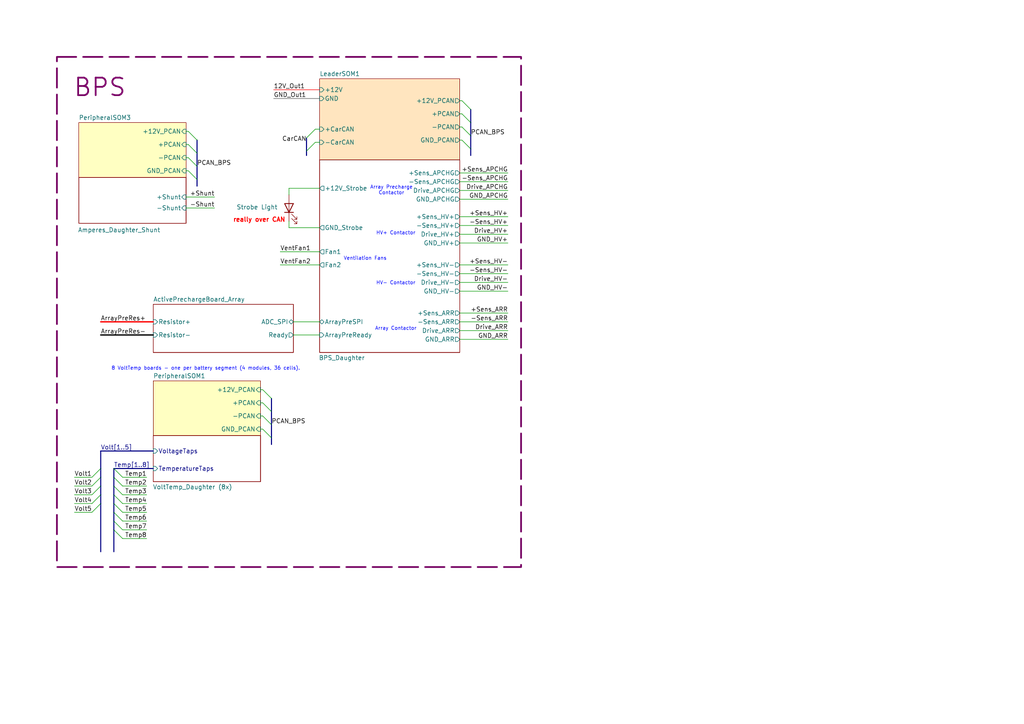
<source format=kicad_sch>
(kicad_sch (version 20250114) (generator "eeschema") (generator_version "9.0")
  (paper "A4")
  (lib_symbols
    (symbol "Device:LED" (pin_numbers (hide yes)) (pin_names (offset 1.016) (hide yes))
      (property "Reference" "D" (at 0 2.54 0))
      (property "Value" "LED" (at 0 -2.54 0))
      (symbol "LED_0_1"
        (polyline (pts (xy -3.048 -0.762) (xy -4.572 -2.286) (xy -3.81 -2.286) (xy -4.572 -2.286) (xy -4.572 -1.524)))
        (polyline (pts (xy -1.778 -0.762) (xy -3.302 -2.286) (xy -2.54 -2.286) (xy -3.302 -2.286) (xy -3.302 -1.524)))
        (polyline (pts (xy -1.27 0) (xy 1.27 0)))
        (polyline (pts (xy -1.27 -1.27) (xy -1.27 1.27)) (stroke (width 0.254)))
        (polyline (pts (xy 1.27 -1.27) (xy 1.27 1.27) (xy -1.27 0) (xy 1.27 -1.27)) (stroke (width 0.254)))
      )
      (symbol "LED_1_1"
        (pin passive line (at -3.81 0 0) (length 2.54) (name "K") (number "1"))
        (pin passive line (at 3.81 0 180) (length 2.54) (name "A") (number "2"))
      )
    )
  )
  (rectangle (start 16.51 16.51) (end 151.13 164.465) (stroke (width 0.508) (type dash) (color 117 2 98 1)))
  (text "Array Precharge\nContactor" (at 113.538 55.245 0) (effects (font (size 1.016 1.016) (thickness 0.127))))
  (text "really over CAN" (at 75.184 63.881 0) (effects (font (size 1.27 1.27) (thickness 0.254) (bold yes))))
  (text "HV- Contactor" (at 114.808 82.169 0) (effects (font (size 1.016 1.016) (thickness 0.127))))
  (text "Ventilation Fans" (at 105.918 75.057 0) (effects (font (size 1.016 1.016) (thickness 0.127))))
  (text "8 VoltTemp boards - one per battery segment (4 modules, 36 cells)." (at 59.69 106.934 0) (effects (font (size 1.016 1.016) (thickness 0.127))))
  (text "Array Contactor" (at 114.808 95.377 0) (effects (font (size 1.016 1.016) (thickness 0.127))))
  (text "BPS" (at 28.956 25.527 0) (effects (font (size 5.08 5.08) (thickness 0.508) (bold yes))))
  (text "HV+ Contactor" (at 114.808 67.691 0) (effects (font (size 1.016 1.016) (thickness 0.127))))
  (bus_entry (at 33.02 153.67) (size 2.54 2.54))
  (bus_entry (at 54.61 45.72) (size 2.54 2.54))
  (bus_entry (at 54.61 41.91) (size 2.54 2.54))
  (bus_entry (at 29.21 146.05) (size -2.54 2.54))
  (bus_entry (at 33.02 140.97) (size 2.54 2.54))
  (bus_entry (at 133.985 29.21) (size 2.54 2.54))
  (bus_entry (at 133.985 33.02) (size 2.54 2.54))
  (bus_entry (at 54.61 49.53) (size 2.54 2.54))
  (bus_entry (at 76.2 113.03) (size 2.54 2.54))
  (bus_entry (at 29.21 135.89) (size -2.54 2.54))
  (bus_entry (at 76.2 116.84) (size 2.54 2.54))
  (bus_entry (at 133.985 36.83) (size 2.54 2.54))
  (bus_entry (at 133.985 40.64) (size 2.54 2.54))
  (bus_entry (at 33.02 138.43) (size 2.54 2.54))
  (bus_entry (at 76.2 124.46) (size 2.54 2.54))
  (bus_entry (at 91.44 37.465) (size -2.54 2.54))
  (bus_entry (at 54.61 38.1) (size 2.54 2.54))
  (bus_entry (at 33.02 146.05) (size 2.54 2.54))
  (bus_entry (at 29.21 143.51) (size -2.54 2.54))
  (bus_entry (at 33.02 135.89) (size 2.54 2.54))
  (bus_entry (at 33.02 143.51) (size 2.54 2.54))
  (bus_entry (at 29.21 138.43) (size -2.54 2.54))
  (bus_entry (at 76.2 120.65) (size 2.54 2.54))
  (bus_entry (at 91.44 41.275) (size -2.54 2.54))
  (bus_entry (at 33.02 151.13) (size 2.54 2.54))
  (bus_entry (at 29.21 140.97) (size -2.54 2.54))
  (bus_entry (at 33.02 148.59) (size 2.54 2.54))
  (wire (pts (xy 133.35 95.885) (xy 147.32 95.885)))
  (bus (pts (xy 33.02 153.67) (xy 33.02 160.02)))
  (wire (pts (xy 133.35 70.485) (xy 147.32 70.485)))
  (wire (pts (xy 133.35 93.345) (xy 147.32 93.345)))
  (wire (pts (xy 133.35 36.83) (xy 133.985 36.83)))
  (wire (pts (xy 21.59 138.43) (xy 26.67 138.43)))
  (bus (pts (xy 33.02 143.51) (xy 33.02 146.05)))
  (wire (pts (xy 133.35 52.705) (xy 147.32 52.705)))
  (wire (pts (xy 83.82 66.04) (xy 92.71 66.04)))
  (wire (pts (xy 81.28 73.025) (xy 92.71 73.025)))
  (wire (pts (xy 79.375 26.035) (xy 92.71 26.035)) (stroke (width 0) (color 254 0 0 1)))
  (wire (pts (xy 133.35 90.805) (xy 147.32 90.805)))
  (wire (pts (xy 35.56 151.13) (xy 42.545 151.13)))
  (bus (pts (xy 33.02 146.05) (xy 33.02 148.59)))
  (bus (pts (xy 78.74 123.19) (xy 78.74 127)))
  (wire (pts (xy 133.35 40.64) (xy 133.985 40.64)))
  (wire (pts (xy 133.35 29.21) (xy 133.985 29.21)))
  (bus (pts (xy 57.15 48.26) (xy 57.15 52.07)))
  (wire (pts (xy 83.82 64.135) (xy 83.82 66.04)))
  (wire (pts (xy 75.565 116.84) (xy 76.2 116.84)))
  (bus (pts (xy 136.525 31.75) (xy 136.525 35.56)))
  (bus (pts (xy 29.21 146.05) (xy 29.21 160.02)))
  (bus (pts (xy 57.15 40.64) (xy 57.15 44.45)))
  (wire (pts (xy 92.71 54.61) (xy 83.82 54.61)))
  (wire (pts (xy 133.35 81.915) (xy 147.32 81.915)))
  (wire (pts (xy 35.56 156.21) (xy 42.545 156.21)))
  (bus (pts (xy 136.525 35.56) (xy 136.525 39.37)))
  (wire (pts (xy 29.21 97.155) (xy 44.45 97.155)) (stroke (width 0.381) (color 0 0 0 1)))
  (wire (pts (xy 35.56 153.67) (xy 42.545 153.67)))
  (wire (pts (xy 21.59 143.51) (xy 26.67 143.51)))
  (bus (pts (xy 57.15 52.07) (xy 57.15 53.975)))
  (bus (pts (xy 33.02 138.43) (xy 33.02 140.97)))
  (bus (pts (xy 29.21 140.97) (xy 29.21 143.51)))
  (wire (pts (xy 85.09 93.345) (xy 92.71 93.345)))
  (wire (pts (xy 53.975 38.1) (xy 54.61 38.1)))
  (bus (pts (xy 88.9 43.815) (xy 88.9 45.085)))
  (wire (pts (xy 85.09 97.155) (xy 92.71 97.155)))
  (wire (pts (xy 53.975 45.72) (xy 54.61 45.72)))
  (wire (pts (xy 81.28 76.835) (xy 92.71 76.835)))
  (wire (pts (xy 133.35 84.455) (xy 147.32 84.455)))
  (wire (pts (xy 35.56 138.43) (xy 42.545 138.43)))
  (wire (pts (xy 75.565 124.46) (xy 76.2 124.46)))
  (wire (pts (xy 21.59 148.59) (xy 26.67 148.59)))
  (wire (pts (xy 35.56 140.97) (xy 42.545 140.97)))
  (wire (pts (xy 133.35 65.405) (xy 147.32 65.405)))
  (wire (pts (xy 133.35 62.865) (xy 147.32 62.865)))
  (bus (pts (xy 33.02 151.13) (xy 33.02 153.67)))
  (bus (pts (xy 33.02 135.89) (xy 44.45 135.89)))
  (bus (pts (xy 33.02 148.59) (xy 33.02 151.13)))
  (bus (pts (xy 78.74 115.57) (xy 78.74 119.38)))
  (wire (pts (xy 29.21 93.345) (xy 44.45 93.345)) (stroke (width 0.381) (color 254 0 0 1)))
  (wire (pts (xy 35.56 143.51) (xy 42.545 143.51)))
  (wire (pts (xy 21.59 146.05) (xy 26.67 146.05)))
  (wire (pts (xy 133.35 57.785) (xy 147.32 57.785)))
  (wire (pts (xy 133.35 33.02) (xy 133.985 33.02)))
  (bus (pts (xy 57.15 44.45) (xy 57.15 48.26)))
  (wire (pts (xy 75.565 113.03) (xy 76.2 113.03)))
  (bus (pts (xy 88.9 40.005) (xy 88.9 43.815)))
  (wire (pts (xy 133.35 67.945) (xy 147.32 67.945)))
  (wire (pts (xy 83.82 54.61) (xy 83.82 56.515)))
  (wire (pts (xy 53.975 60.325) (xy 62.23 60.325)))
  (bus (pts (xy 29.21 135.89) (xy 29.21 138.43)))
  (bus (pts (xy 78.74 119.38) (xy 78.74 123.19)))
  (wire (pts (xy 91.44 41.275) (xy 92.71 41.275)))
  (wire (pts (xy 91.44 37.465) (xy 92.71 37.465)))
  (wire (pts (xy 133.35 79.375) (xy 147.32 79.375)))
  (wire (pts (xy 75.565 120.65) (xy 76.2 120.65)))
  (wire (pts (xy 21.59 140.97) (xy 26.67 140.97)))
  (bus (pts (xy 29.21 130.81) (xy 44.45 130.81)))
  (bus (pts (xy 136.525 43.18) (xy 136.525 45.085)))
  (bus (pts (xy 33.02 135.89) (xy 33.02 138.43)))
  (wire (pts (xy 53.975 57.15) (xy 62.23 57.15)))
  (wire (pts (xy 133.35 50.165) (xy 147.32 50.165)))
  (bus (pts (xy 29.21 130.81) (xy 29.21 135.89)))
  (wire (pts (xy 53.975 49.53) (xy 54.61 49.53)))
  (wire (pts (xy 133.35 76.835) (xy 147.32 76.835)))
  (wire (pts (xy 92.71 28.575) (xy 79.375 28.575)) (stroke (width 0) (color 72 72 72 1)))
  (bus (pts (xy 78.74 127) (xy 78.74 128.905)))
  (wire (pts (xy 35.56 148.59) (xy 42.545 148.59)))
  (wire (pts (xy 133.35 55.245) (xy 147.32 55.245)))
  (bus (pts (xy 29.21 143.51) (xy 29.21 146.05)))
  (bus (pts (xy 136.525 39.37) (xy 136.525 43.18)))
  (bus (pts (xy 33.02 140.97) (xy 33.02 143.51)))
  (wire (pts (xy 35.56 146.05) (xy 42.545 146.05)))
  (bus (pts (xy 29.21 138.43) (xy 29.21 140.97)))
  (wire (pts (xy 53.975 41.91) (xy 54.61 41.91)))
  (wire (pts (xy 133.35 98.425) (xy 147.32 98.425)))
  (label "+Sens_APCHG" (at 147.32 50.165 180))
  (label "+Sens_HV+" (at 147.32 62.865 180))
  (label "Temp6" (at 42.545 151.13 180))
  (label "PCAN_BPS" (at 57.15 48.26 0))
  (label "PCAN_BPS" (at 78.74 123.19 0))
  (label "Drive_HV-" (at 147.32 81.915 180))
  (label "-Shunt" (at 62.23 60.325 180))
  (label "Temp4" (at 42.545 146.05 180))
  (label "GND_HV+" (at 147.32 70.485 180))
  (label "Volt5" (at 21.59 148.59 0))
  (label "GND_Out1" (at 79.375 28.575 0))
  (label "Temp[1..8]" (at 33.02 135.89 0))
  (label "-Sens_HV+" (at 147.32 65.405 180))
  (label "GND_HV-" (at 147.32 84.455 180))
  (label "+Sens_ARR" (at 147.32 90.805 180))
  (label "Temp3" (at 42.545 143.51 180))
  (label "-Sens_APCHG" (at 147.32 52.705 180))
  (label "ArrayPreRes-" (at 29.21 97.155 0))
  (label "ArrayPreRes+" (at 29.21 93.345 0))
  (label "Temp7" (at 42.545 153.67 180))
  (label "GND_ARR" (at 147.32 98.425 180))
  (label "Volt3" (at 21.59 143.51 0))
  (label "Volt1" (at 21.59 138.43 0))
  (label "Drive_HV+" (at 147.32 67.945 180))
  (label "Temp5" (at 42.545 148.59 180))
  (label "VentFan2" (at 81.28 76.835 0))
  (label "CarCAN" (at 88.9 41.275 180))
  (label "Temp1" (at 42.545 138.43 180))
  (label "VentFan1" (at 81.28 73.025 0))
  (label "Volt2" (at 21.59 140.97 0))
  (label "Volt4" (at 21.59 146.05 0))
  (label "-Sens_HV-" (at 147.32 79.375 180))
  (label "+Shunt" (at 62.23 57.15 180))
  (label "-Sens_ARR" (at 147.32 93.345 180))
  (label "+Sens_HV-" (at 147.32 76.835 180))
  (label "12V_Out1" (at 79.375 26.035 0))
  (label "GND_APCHG" (at 147.32 57.785 180))
  (label "Temp8" (at 42.545 156.21 180))
  (label "Drive_APCHG" (at 147.32 55.245 180))
  (label "Temp2" (at 42.545 140.97 180))
  (label "PCAN_BPS" (at 136.525 39.37 0))
  (label "Volt[1..5]" (at 29.21 130.81 0))
  (label "Drive_ARR" (at 147.32 95.885 180))
  (symbol (lib_id "Device:LED") (at 83.82 60.325 90) (unit 1)
    (property "Reference" "D1" (effects (hide yes)))
    (property "Value" "Strobe Light" (at 68.58 60.071 90) (effects (justify right)))
    (property "Description" "Light emitting diode" (effects (hide yes)))
  )
  (sheet (at 22.86 35.56) (size 31.115 15.875) (stroke (width 0.1524)) (fill (color 255 255 194 1.0000))
    (property "Sheetname" "PeripheralSOM3" (at 22.86 34.8484 0) (effects (justify left bottom)))
    (property "Sheetfile" "PeripheralSOM.kicad_sch" (effects (hide yes)))
    (pin "+12V_PCAN" input (at 53.975 38.1 0))
    (pin "GND_PCAN" input (at 53.975 49.53 0))
    (pin "+PCAN" input (at 53.975 41.91 0))
    (pin "-PCAN" input (at 53.975 45.72 0))
  )
  (sheet (at 92.71 46.355) (size 40.64 55.88) (stroke (width 0.1524))
    (property "Sheetname" "BPS_Daughter" (at 92.456 104.521 0) (effects (justify left bottom)))
    (property "Sheetfile" "BPS_Daughter.kicad_sch" (effects (hide yes)))
    (pin "GND_HV+" output (at 133.35 70.485 0))
    (pin "Drive_HV+" output (at 133.35 67.945 0))
    (pin "Drive_HV-" output (at 133.35 81.915 0))
    (pin "GND_HV-" output (at 133.35 84.455 0))
    (pin "+12V_Strobe" output (at 92.71 54.61 180))
    (pin "GND_Strobe" output (at 92.71 66.04 180))
    (pin "-Sens_HV-" output (at 133.35 79.375 0))
    (pin "+Sens_HV-" output (at 133.35 76.835 0))
    (pin "+Sens_HV+" output (at 133.35 62.865 0))
    (pin "-Sens_HV+" output (at 133.35 65.405 0))
    (pin "+Sens_ARR" output (at 133.35 90.805 0))
    (pin "-Sens_ARR" output (at 133.35 93.345 0))
    (pin "Drive_ARR" output (at 133.35 95.885 0))
    (pin "GND_ARR" output (at 133.35 98.425 0))
    (pin "Fan1" output (at 92.71 73.025 180))
    (pin "Fan2" output (at 92.71 76.835 180))
    (pin "+Sens_APCHG" output (at 133.35 50.165 0))
    (pin "-Sens_APCHG" output (at 133.35 52.705 0))
    (pin "Drive_APCHG" output (at 133.35 55.245 0))
    (pin "GND_APCHG" output (at 133.35 57.785 0))
    (pin "ArrayPreReady" input (at 92.71 97.155 180))
    (pin "ArrayPreSPI" bidirectional (at 92.71 93.345 180))
  )
  (sheet (at 44.45 126.365) (size 31.115 13.335) (stroke (width 0.1524))
    (property "Sheetname" "VoltTemp_Daughter (8x)" (at 44.323 141.986 0) (effects (justify left bottom)))
    (property "Sheetfile" "VoltTemp_Daughter.kicad_sch" (effects (hide yes)))
    (pin "TemperatureTaps" input (at 44.45 135.89 180))
    (pin "VoltageTaps" input (at 44.45 130.81 180))
  )
  (sheet (at 22.86 51.435) (size 31.115 13.335) (stroke (width 0.1524))
    (property "Sheetname" "Amperes_Daughter_Shunt" (at 22.606 67.437 0) (effects (justify left bottom)))
    (property "Sheetfile" "Amperes_Daughter_Shunt.kicad_sch" (effects (hide yes)))
    (pin "+Shunt" input (at 53.975 57.15 0))
    (pin "-Shunt" input (at 53.975 60.325 0))
  )
  (sheet (at 92.71 22.86) (size 40.64 23.495) (stroke (width 0.1524)) (fill (color 255 229 191 1.0000))
    (property "Sheetname" "LeaderSOM1" (at 92.71 22.1484 0) (effects (justify left bottom)))
    (property "Sheetfile" "LeaderSOM.kicad_sch" (effects (hide yes)))
    (pin "+12V" input (at 92.71 26.035 180))
    (pin "GND" input (at 92.71 28.575 180))
    (pin "+CarCAN" input (at 92.71 37.465 180))
    (pin "-CarCAN" input (at 92.71 41.275 180))
    (pin "+12V_PCAN" output (at 133.35 29.21 0))
    (pin "+PCAN" output (at 133.35 33.02 0))
    (pin "GND_PCAN" output (at 133.35 40.64 0))
    (pin "-PCAN" output (at 133.35 36.83 0))
  )
  (sheet (at 44.45 110.49) (size 31.115 15.875) (stroke (width 0.1524)) (fill (color 255 255 194 1.0000))
    (property "Sheetname" "PeripheralSOM1" (at 44.45 109.7784 0) (effects (justify left bottom)))
    (property "Sheetfile" "PeripheralSOM.kicad_sch" (effects (hide yes)))
    (pin "+12V_PCAN" input (at 75.565 113.03 0))
    (pin "GND_PCAN" input (at 75.565 124.46 0))
    (pin "+PCAN" input (at 75.565 116.84 0))
    (pin "-PCAN" input (at 75.565 120.65 0))
  )
  (sheet (at 44.45 88.265) (size 40.64 13.97) (stroke (width 0.1524))
    (property "Sheetname" "ActivePrechargeBoard_Array" (at 44.45 87.5534 0) (effects (justify left bottom)))
    (property "Sheetfile" "ActivePrechargeBoard.kicad_sch" (effects (hide yes)))
    (pin "ADC_SPI" bidirectional (at 85.09 93.345 0))
    (pin "Ready" output (at 85.09 97.155 0))
    (pin "Resistor+" input (at 44.45 93.345 180))
    (pin "Resistor-" input (at 44.45 97.155 180))
  )
)
</source>
